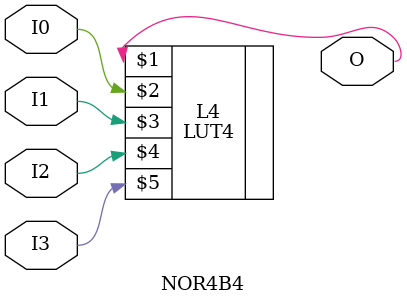
<source format=v>


`timescale  1 ps / 1 ps


module NOR4B4 (O, I0, I1, I2, I3);

    output O;

    input  I0, I1, I2, I3;

    LUT4 #(.INIT(16'h8000)) L4 (O, I0, I1, I2, I3);

endmodule

</source>
